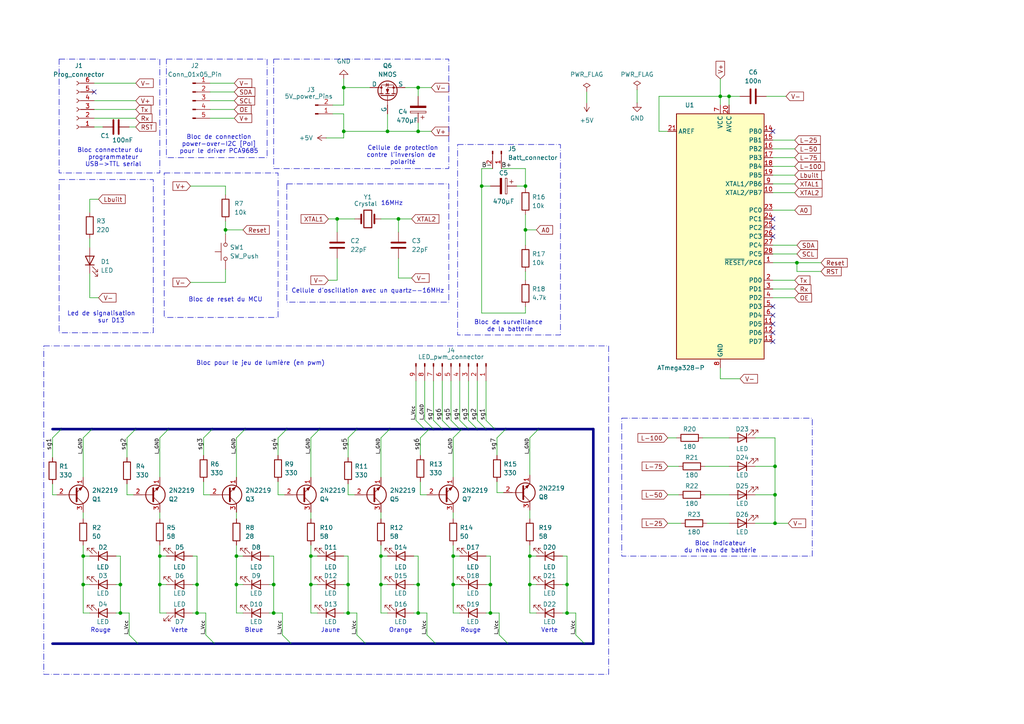
<source format=kicad_sch>
(kicad_sch (version 20250114) (generator "eeschema") (generator_version "9.0")
  (paper "A4")
  (title_block (title "Test-3 -- Output"))
  (rectangle (start 79.375 17.145) (end 130.175 48.895) (stroke (width 0) (type dash_dot)))
  (rectangle (start 47.625 50.165) (end 80.645 92.075) (stroke (width 0) (type dash_dot)))
  (rectangle (start 48.26 17.145) (end 77.47 45.72) (stroke (width 0) (type dash_dot)))
  (rectangle (start 12.7 100.33) (end 176.53 195.58) (stroke (width 0) (type dash_dot)))
  (rectangle (start 132.715 41.91) (end 162.56 97.155) (stroke (width 0) (type dash_dot)))
  (rectangle (start 180.34 121.285) (end 235.585 161.29) (stroke (width 0) (type dash_dot)))
  (rectangle (start 17.145 52.07) (end 44.45 96.52) (stroke (width 0) (type dash_dot)))
  (rectangle (start 17.145 17.145) (end 46.355 50.165) (stroke (width 0) (type dash_dot)))
  (rectangle (start 83.185 53.34) (end 130.175 87.63) (stroke (width 0) (type dash_dot)))
  (text "Bloc connecteur du \n programmateur\n USB->TTL serial" (at 32.385 45.72 0) (effects (font (size 1.27 1.27))))
  (text "16MHz" (at 113.665 59.055 0) (effects (font (size 1.27 1.27))))
  (text "Bleue" (at 73.66 182.88 0) (effects (font (size 1.27 1.27))))
  (text "Orange" (at 116.205 182.88 0) (effects (font (size 1.27 1.27))))
  (text "Bloc de reset du MCU" (at 65.405 86.995 0) (effects (font (size 1.27 1.27))))
  (text "Bloc indicateur\ndu niveau de battérie" (at 208.915 158.75 0) (effects (font (size 1.27 1.27))))
  (text "Bloc pour le jeu de lumière (en pwm)" (at 75.565 105.41 0) (effects (font (size 1.27 1.27))))
  (text "Rouge\n" (at 136.525 182.88 0) (effects (font (size 1.27 1.27))))
  (text "Rouge\n" (at 29.21 182.88 0) (effects (font (size 1.27 1.27))))
  (text "Bloc de connection\npower-over-I2C [PoI]\npour le driver PCA9685" (at 63.5 41.91 0) (effects (font (size 1.27 1.27))))
  (text "Led de signalisation \n	sur D13" (at 29.845 92.075 0) (effects (font (size 1.27 1.27))))
  (text "Cellule d'oscillation avec un quartz--16MHz" (at 106.68 84.455 0) (effects (font (size 1.27 1.27))))
  (text "Verte" (at 159.385 182.88 0) (effects (font (size 1.27 1.27))))
  (text "Bloc de surveillance \nde la batterie" (at 147.955 94.615 0) (effects (font (size 1.27 1.27))))
  (text "Cellule de protection\ncontre l'inversion de \npolarité" (at 116.84 45.085 0) (effects (font (size 1.27 1.27))))
  (text "Jaune" (at 95.885 182.88 0) (effects (font (size 1.27 1.27))))
  (text "Verte" (at 52.07 182.88 0) (effects (font (size 1.27 1.27))))
  (junction (at 110.49 169.545))
  (junction (at 121.285 169.545))
  (junction (at 164.465 169.545))
  (junction (at 68.58 161.29))
  (junction (at 115.57 63.5))
  (junction (at 224.79 151.765))
  (junction (at 100.965 169.545))
  (junction (at 208.915 27.94))
  (junction (at 99.695 25.4))
  (junction (at 100.965 177.8))
  (junction (at 153.67 169.545))
  (junction (at 164.465 177.8))
  (junction (at 142.24 177.8))
  (junction (at 153.67 161.29))
  (junction (at 90.17 161.29))
  (junction (at 34.925 169.545))
  (junction (at 46.355 169.545))
  (junction (at 152.4 66.675))
  (junction (at 90.17 169.545))
  (junction (at 99.695 38.1))
  (junction (at 65.405 66.675))
  (junction (at 142.24 169.545))
  (junction (at 152.4 53.975))
  (junction (at 121.285 177.8))
  (junction (at 131.445 161.29))
  (junction (at 224.79 143.51))
  (junction (at 79.375 169.545))
  (junction (at 231.14 76.2))
  (junction (at 97.79 63.5))
  (junction (at 112.395 38.1))
  (junction (at 24.13 169.545))
  (junction (at 211.455 27.94))
  (junction (at 34.925 177.8))
  (junction (at 57.15 177.8))
  (junction (at 57.15 169.545))
  (junction (at 224.79 135.255))
  (junction (at 131.445 169.545))
  (junction (at 46.355 161.29))
  (junction (at 139.7 53.975))
  (junction (at 110.49 161.29))
  (junction (at 121.285 25.4))
  (junction (at 121.285 38.1))
  (junction (at 68.58 169.545))
  (junction (at 24.13 161.29))
  (junction (at 79.375 177.8))
  (no_connect (at 224.155 93.98))
  (no_connect (at 224.155 63.5))
  (no_connect (at 27.305 26.67))
  (no_connect (at 224.155 88.9))
  (no_connect (at 224.155 38.1))
  (no_connect (at 224.155 68.58))
  (no_connect (at 224.155 96.52))
  (no_connect (at 224.155 66.04))
  (no_connect (at 224.155 91.44))
  (no_connect (at 224.155 99.06))
  (bus_entry (at 36.83 127) (size 2.54 -2.54))
  (bus_entry (at 138.43 121.92) (size 2.54 2.54))
  (bus_entry (at 15.24 127) (size 2.54 -2.54))
  (bus_entry (at 131.445 127) (size 2.54 -2.54))
  (bus_entry (at 135.89 121.92) (size 2.54 2.54))
  (bus_entry (at 24.13 127) (size 2.54 -2.54))
  (bus_entry (at 130.81 121.92) (size 2.54 2.54))
  (bus_entry (at 100.965 127) (size 2.54 -2.54))
  (bus_entry (at 133.35 121.92) (size 2.54 2.54))
  (bus_entry (at 37.465 184.15) (size 2.54 2.54))
  (bus_entry (at 81.915 184.15) (size 2.54 2.54))
  (bus_entry (at 123.19 121.92) (size 2.54 2.54))
  (bus_entry (at 140.97 121.92) (size 2.54 2.54))
  (bus_entry (at 120.65 121.92) (size 2.54 2.54))
  (bus_entry (at 68.58 127) (size 2.54 -2.54))
  (bus_entry (at 167.005 184.15) (size 2.54 2.54))
  (bus_entry (at 110.49 127) (size 2.54 -2.54))
  (bus_entry (at 90.17 127) (size 2.54 -2.54))
  (bus_entry (at 128.27 121.92) (size 2.54 2.54))
  (bus_entry (at 46.355 127) (size 2.54 -2.54))
  (bus_entry (at 125.73 121.92) (size 2.54 2.54))
  (bus_entry (at 59.69 184.15) (size 2.54 2.54))
  (bus_entry (at 144.78 184.15) (size 2.54 2.54))
  (bus_entry (at 153.67 127) (size 2.54 -2.54))
  (bus_entry (at 123.825 184.15) (size 2.54 2.54))
  (bus_entry (at 80.645 127) (size 2.54 -2.54))
  (bus_entry (at 103.505 184.15) (size 2.54 2.54))
  (bus_entry (at 144.145 127) (size 2.54 -2.54))
  (bus_entry (at 121.92 127) (size 2.54 -2.54))
  (bus_entry (at 59.055 127) (size 2.54 -2.54))
  (wire (pts (xy 27.305 29.21) (xy 39.37 29.21)))
  (wire (pts (xy 37.465 177.8) (xy 34.925 177.8)))
  (wire (pts (xy 139.7 90.805) (xy 152.4 90.805)))
  (wire (pts (xy 99.695 30.48) (xy 99.695 25.4)))
  (wire (pts (xy 90.17 161.29) (xy 90.17 169.545)))
  (wire (pts (xy 46.355 169.545) (xy 48.26 169.545)))
  (wire (pts (xy 90.17 177.8) (xy 92.075 177.8)))
  (wire (pts (xy 115.57 80.645) (xy 119.38 80.645)))
  (wire (pts (xy 204.47 135.255) (xy 211.455 135.255)))
  (wire (pts (xy 55.88 161.29) (xy 57.15 161.29)))
  (bus (pts (xy 84.455 186.69) (xy 106.045 186.69)) (stroke (width 0.75)))
  (bus (pts (xy 39.37 124.46) (xy 48.895 124.46)) (stroke (width 0.75)))
  (bus (pts (xy 113.03 124.46) (xy 123.19 124.46)) (stroke (width 0.75)))
  (wire (pts (xy 99.695 161.29) (xy 100.965 161.29)))
  (wire (pts (xy 24.13 177.8) (xy 26.035 177.8)))
  (bus (pts (xy 71.12 124.46) (xy 83.185 124.46)) (stroke (width 0.75)))
  (wire (pts (xy 99.695 25.4) (xy 107.315 25.4)))
  (wire (pts (xy 144.145 142.875) (xy 146.05 142.875)))
  (wire (pts (xy 90.17 169.545) (xy 92.075 169.545)))
  (wire (pts (xy 80.645 143.51) (xy 82.55 143.51)))
  (wire (pts (xy 120.65 110.49) (xy 120.65 121.92)))
  (wire (pts (xy 28.575 86.36) (xy 26.035 86.36)))
  (wire (pts (xy 60.96 26.67) (xy 67.945 26.67)))
  (wire (pts (xy 36.83 140.335) (xy 36.83 143.51)))
  (wire (pts (xy 65.405 66.675) (xy 70.485 66.675)))
  (wire (pts (xy 135.89 110.49) (xy 135.89 121.92)))
  (wire (pts (xy 68.58 158.115) (xy 68.58 161.29)))
  (wire (pts (xy 79.375 169.545) (xy 79.375 177.8)))
  (wire (pts (xy 121.285 35.56) (xy 121.285 38.1)))
  (wire (pts (xy 24.13 158.115) (xy 24.13 161.29)))
  (wire (pts (xy 120.015 161.29) (xy 121.285 161.29)))
  (wire (pts (xy 80.645 139.7) (xy 80.645 143.51)))
  (wire (pts (xy 193.675 127) (xy 196.215 127)))
  (wire (pts (xy 46.355 148.59) (xy 46.355 150.495)))
  (wire (pts (xy 95.25 63.5) (xy 97.79 63.5)))
  (wire (pts (xy 205.105 151.765) (xy 211.455 151.765)))
  (bus (pts (xy 169.545 186.69) (xy 172.085 186.69)) (stroke (width 0.75)))
  (wire (pts (xy 100.965 127) (xy 100.965 132.715)))
  (wire (pts (xy 68.58 161.29) (xy 68.58 169.545)))
  (wire (pts (xy 164.465 177.8) (xy 163.195 177.8)))
  (wire (pts (xy 123.19 110.49) (xy 123.19 121.92)))
  (wire (pts (xy 24.13 169.545) (xy 26.035 169.545)))
  (wire (pts (xy 97.79 81.28) (xy 95.25 81.28)))
  (wire (pts (xy 133.35 161.29) (xy 131.445 161.29)))
  (bus (pts (xy 26.67 124.46) (xy 39.37 124.46)) (stroke (width 0.75)))
  (wire (pts (xy 224.155 71.12) (xy 231.14 71.12)))
  (wire (pts (xy 46.355 161.29) (xy 46.355 169.545)))
  (wire (pts (xy 27.305 34.29) (xy 39.37 34.29)))
  (wire (pts (xy 110.49 148.59) (xy 110.49 150.495)))
  (wire (pts (xy 15.24 127) (xy 15.24 132.715)))
  (wire (pts (xy 59.055 139.7) (xy 59.055 143.51)))
  (wire (pts (xy 203.835 127) (xy 211.455 127)))
  (wire (pts (xy 224.155 60.96) (xy 230.505 60.96)))
  (wire (pts (xy 155.575 161.29) (xy 153.67 161.29)))
  (wire (pts (xy 152.4 90.805) (xy 152.4 88.9)))
  (wire (pts (xy 100.965 177.8) (xy 103.505 177.8)))
  (wire (pts (xy 112.395 38.1) (xy 121.285 38.1)))
  (wire (pts (xy 142.24 169.545) (xy 142.24 177.8)))
  (wire (pts (xy 164.465 161.29) (xy 164.465 169.545)))
  (wire (pts (xy 68.58 177.8) (xy 70.485 177.8)))
  (wire (pts (xy 65.405 66.675) (xy 65.405 67.945)))
  (wire (pts (xy 121.285 161.29) (xy 121.285 169.545)))
  (wire (pts (xy 152.4 66.675) (xy 155.575 66.675)))
  (wire (pts (xy 238.125 78.74) (xy 231.14 78.74)))
  (wire (pts (xy 222.25 27.94) (xy 227.965 27.94)))
  (wire (pts (xy 79.375 177.8) (xy 78.105 177.8)))
  (wire (pts (xy 46.355 127) (xy 46.355 138.43)))
  (wire (pts (xy 60.96 31.75) (xy 67.945 31.75)))
  (wire (pts (xy 90.17 127) (xy 90.17 138.43)))
  (wire (pts (xy 170.18 26.67) (xy 170.18 29.845)))
  (wire (pts (xy 100.965 177.8) (xy 99.695 177.8)))
  (bus (pts (xy 138.43 124.46) (xy 140.97 124.46)) (stroke (width 0.75)))
  (wire (pts (xy 34.925 169.545) (xy 34.925 177.8)))
  (wire (pts (xy 123.825 143.51) (xy 121.92 143.51)))
  (wire (pts (xy 110.49 127) (xy 110.49 138.43)))
  (wire (pts (xy 65.405 64.135) (xy 65.405 66.675)))
  (bus (pts (xy 92.71 124.46) (xy 103.505 124.46)) (stroke (width 0.75)))
  (wire (pts (xy 125.73 110.49) (xy 125.73 121.92)))
  (wire (pts (xy 121.285 38.1) (xy 125.095 38.1)))
  (wire (pts (xy 131.445 158.115) (xy 131.445 161.29)))
  (wire (pts (xy 121.285 25.4) (xy 125.095 25.4)))
  (wire (pts (xy 193.675 38.1) (xy 191.135 38.1)))
  (wire (pts (xy 139.7 53.975) (xy 142.24 53.975)))
  (wire (pts (xy 140.97 110.49) (xy 140.97 121.92)))
  (wire (pts (xy 26.035 57.785) (xy 26.035 61.595)))
  (wire (pts (xy 224.79 151.765) (xy 228.6 151.765)))
  (wire (pts (xy 37.465 184.15) (xy 37.465 177.8)))
  (wire (pts (xy 142.24 161.29) (xy 142.24 169.545)))
  (wire (pts (xy 79.375 177.8) (xy 81.915 177.8)))
  (bus (pts (xy 48.895 124.46) (xy 61.595 124.46)) (stroke (width 0.75)))
  (wire (pts (xy 36.83 127) (xy 36.83 132.715)))
  (wire (pts (xy 59.69 177.8) (xy 59.69 184.15)))
  (wire (pts (xy 94.615 40.005) (xy 99.695 40.005)))
  (wire (pts (xy 99.695 38.1) (xy 112.395 38.1)))
  (wire (pts (xy 153.67 169.545) (xy 155.575 169.545)))
  (wire (pts (xy 144.78 177.8) (xy 144.78 184.15)))
  (wire (pts (xy 131.445 169.545) (xy 131.445 177.8)))
  (bus (pts (xy 40.005 186.69) (xy 62.23 186.69)) (stroke (width 0.75)))
  (wire (pts (xy 96.52 30.48) (xy 99.695 30.48)))
  (wire (pts (xy 90.17 148.59) (xy 90.17 150.495)))
  (bus (pts (xy 130.81 124.46) (xy 133.35 124.46)) (stroke (width 0.75)))
  (wire (pts (xy 60.96 34.29) (xy 67.945 34.29)))
  (wire (pts (xy 153.67 158.115) (xy 153.67 161.29)))
  (wire (pts (xy 68.58 169.545) (xy 70.485 169.545)))
  (wire (pts (xy 193.675 151.765) (xy 197.485 151.765)))
  (bus (pts (xy 126.365 186.69) (xy 147.32 186.69)) (stroke (width 0.75)))
  (wire (pts (xy 57.15 169.545) (xy 57.15 177.8)))
  (wire (pts (xy 164.465 177.8) (xy 167.005 177.8)))
  (wire (pts (xy 224.155 45.72) (xy 230.505 45.72)))
  (wire (pts (xy 224.79 151.765) (xy 219.075 151.765)))
  (bus (pts (xy 15.24 186.69) (xy 40.005 186.69)) (stroke (width 0.75)))
  (wire (pts (xy 28.575 57.785) (xy 26.035 57.785)))
  (wire (pts (xy 110.49 169.545) (xy 110.49 177.8)))
  (wire (pts (xy 153.67 177.8) (xy 155.575 177.8)))
  (wire (pts (xy 140.97 169.545) (xy 142.24 169.545)))
  (wire (pts (xy 65.405 78.105) (xy 65.405 81.915)))
  (wire (pts (xy 97.79 67.31) (xy 97.79 63.5)))
  (wire (pts (xy 164.465 169.545) (xy 164.465 177.8)))
  (wire (pts (xy 144.145 127) (xy 144.145 132.08)))
  (wire (pts (xy 224.155 53.34) (xy 230.505 53.34)))
  (wire (pts (xy 97.79 74.93) (xy 97.79 81.28)))
  (wire (pts (xy 27.305 36.83) (xy 29.845 36.83)))
  (bus (pts (xy 125.73 124.46) (xy 128.27 124.46)) (stroke (width 0.75)))
  (wire (pts (xy 33.655 161.29) (xy 34.925 161.29)))
  (wire (pts (xy 36.83 143.51) (xy 38.735 143.51)))
  (wire (pts (xy 153.67 169.545) (xy 153.67 177.8)))
  (wire (pts (xy 138.43 110.49) (xy 138.43 121.92)))
  (wire (pts (xy 153.67 161.29) (xy 153.67 169.545)))
  (wire (pts (xy 152.4 78.74) (xy 152.4 81.28)))
  (wire (pts (xy 208.915 22.86) (xy 208.915 27.94)))
  (wire (pts (xy 57.15 177.8) (xy 55.88 177.8)))
  (wire (pts (xy 121.285 169.545) (xy 121.285 177.8)))
  (wire (pts (xy 153.67 147.955) (xy 153.67 150.495)))
  (wire (pts (xy 60.96 29.21) (xy 67.945 29.21)))
  (wire (pts (xy 27.305 24.13) (xy 39.37 24.13)))
  (wire (pts (xy 33.655 169.545) (xy 34.925 169.545)))
  (wire (pts (xy 68.58 169.545) (xy 68.58 177.8)))
  (wire (pts (xy 211.455 27.94) (xy 208.915 27.94)))
  (wire (pts (xy 142.24 177.8) (xy 140.97 177.8)))
  (bus (pts (xy 62.23 186.69) (xy 84.455 186.69)) (stroke (width 0.75)))
  (wire (pts (xy 219.075 135.255) (xy 224.79 135.255)))
  (wire (pts (xy 57.15 161.29) (xy 57.15 169.545)))
  (wire (pts (xy 90.17 169.545) (xy 90.17 177.8)))
  (wire (pts (xy 59.055 143.51) (xy 60.96 143.51)))
  (wire (pts (xy 140.97 161.29) (xy 142.24 161.29)))
  (wire (pts (xy 115.57 74.93) (xy 115.57 80.645)))
  (wire (pts (xy 131.445 177.8) (xy 133.35 177.8)))
  (wire (pts (xy 224.155 55.88) (xy 230.505 55.88)))
  (wire (pts (xy 78.105 169.545) (xy 79.375 169.545)))
  (wire (pts (xy 208.915 106.68) (xy 208.915 109.855)))
  (wire (pts (xy 90.17 158.115) (xy 90.17 161.29)))
  (wire (pts (xy 103.505 177.8) (xy 103.505 184.15)))
  (wire (pts (xy 121.285 177.8) (xy 120.015 177.8)))
  (wire (pts (xy 139.7 48.895) (xy 139.7 53.975)))
  (wire (pts (xy 224.155 83.82) (xy 230.505 83.82)))
  (wire (pts (xy 191.135 38.1) (xy 191.135 27.94)))
  (wire (pts (xy 238.125 76.2) (xy 231.14 76.2)))
  (wire (pts (xy 97.79 63.5) (xy 102.87 63.5)))
  (wire (pts (xy 224.155 73.66) (xy 231.14 73.66)))
  (wire (pts (xy 128.27 110.49) (xy 128.27 121.92)))
  (wire (pts (xy 15.24 143.51) (xy 16.51 143.51)))
  (wire (pts (xy 152.4 48.895) (xy 145.415 48.895)))
  (wire (pts (xy 152.4 53.975) (xy 152.4 54.61)))
  (wire (pts (xy 100.965 140.335) (xy 100.965 143.51)))
  (wire (pts (xy 78.105 161.29) (xy 79.375 161.29)))
  (bus (pts (xy 17.78 124.46) (xy 26.67 124.46)) (stroke (width 0.75)))
  (wire (pts (xy 224.79 143.51) (xy 224.79 151.765)))
  (wire (pts (xy 110.49 63.5) (xy 115.57 63.5)))
  (wire (pts (xy 224.79 135.255) (xy 224.79 143.51)))
  (wire (pts (xy 112.395 33.02) (xy 112.395 38.1)))
  (bus (pts (xy 135.89 124.46) (xy 138.43 124.46)) (stroke (width 0.75)))
  (wire (pts (xy 99.695 40.005) (xy 99.695 38.1)))
  (wire (pts (xy 46.355 169.545) (xy 46.355 177.8)))
  (wire (pts (xy 191.135 27.94) (xy 208.915 27.94)))
  (wire (pts (xy 163.195 161.29) (xy 164.465 161.29)))
  (bus (pts (xy 123.19 124.46) (xy 124.46 124.46)) (stroke (width 0.75)))
  (bus (pts (xy 156.21 124.46) (xy 172.085 124.46)) (stroke (width 0.75)))
  (wire (pts (xy 219.075 127) (xy 224.79 127)))
  (wire (pts (xy 68.58 148.59) (xy 68.58 150.495)))
  (wire (pts (xy 153.67 127) (xy 153.67 137.795)))
  (wire (pts (xy 130.81 110.49) (xy 130.81 121.92)))
  (wire (pts (xy 81.915 177.8) (xy 81.915 184.15)))
  (bus (pts (xy 143.51 124.46) (xy 146.685 124.46)) (stroke (width 0.75)))
  (bus (pts (xy 147.32 186.69) (xy 169.545 186.69)) (stroke (width 0.75)))
  (wire (pts (xy 79.375 161.29) (xy 79.375 169.545)))
  (wire (pts (xy 99.695 22.86) (xy 99.695 25.4)))
  (wire (pts (xy 214.63 109.855) (xy 208.915 109.855)))
  (wire (pts (xy 224.155 48.26) (xy 230.505 48.26)))
  (bus (pts (xy 133.985 124.46) (xy 135.89 124.46)) (stroke (width 0.75)))
  (wire (pts (xy 24.13 169.545) (xy 24.13 177.8)))
  (wire (pts (xy 224.155 43.18) (xy 230.505 43.18)))
  (wire (pts (xy 110.49 158.115) (xy 110.49 161.29)))
  (bus (pts (xy 146.685 124.46) (xy 156.21 124.46)) (stroke (width 0.75)))
  (wire (pts (xy 115.57 63.5) (xy 115.57 67.31)))
  (bus (pts (xy 133.35 124.46) (xy 133.985 124.46)) (stroke (width 0.75)))
  (wire (pts (xy 110.49 169.545) (xy 112.395 169.545)))
  (bus (pts (xy 172.085 124.46) (xy 172.085 186.69)) (stroke (width 0.75)))
  (wire (pts (xy 121.285 25.4) (xy 121.285 27.94)))
  (wire (pts (xy 167.005 177.8) (xy 167.005 184.15)))
  (wire (pts (xy 110.49 161.29) (xy 110.49 169.545)))
  (wire (pts (xy 65.405 53.975) (xy 65.405 56.515)))
  (wire (pts (xy 27.305 31.75) (xy 39.37 31.75)))
  (wire (pts (xy 139.7 48.895) (xy 142.875 48.895)))
  (wire (pts (xy 133.35 110.49) (xy 133.35 121.92)))
  (wire (pts (xy 37.465 36.83) (xy 39.37 36.83)))
  (wire (pts (xy 55.245 53.975) (xy 65.405 53.975)))
  (wire (pts (xy 57.15 177.8) (xy 59.69 177.8)))
  (wire (pts (xy 24.13 161.29) (xy 24.13 169.545)))
  (wire (pts (xy 163.195 169.545) (xy 164.465 169.545)))
  (wire (pts (xy 120.015 169.545) (xy 121.285 169.545)))
  (wire (pts (xy 48.26 161.29) (xy 46.355 161.29)))
  (wire (pts (xy 24.13 127) (xy 24.13 138.43)))
  (wire (pts (xy 184.785 26.035) (xy 184.785 29.845)))
  (wire (pts (xy 100.965 161.29) (xy 100.965 169.545)))
  (wire (pts (xy 131.445 169.545) (xy 133.35 169.545)))
  (wire (pts (xy 55.88 169.545) (xy 57.15 169.545)))
  (wire (pts (xy 15.24 140.335) (xy 15.24 143.51)))
  (bus (pts (xy 15.24 124.46) (xy 17.78 124.46)) (stroke (width 0.75)))
  (wire (pts (xy 92.075 161.29) (xy 90.17 161.29)))
  (wire (pts (xy 24.13 148.59) (xy 24.13 150.495)))
  (wire (pts (xy 231.14 78.74) (xy 231.14 76.2)))
  (wire (pts (xy 115.57 63.5) (xy 119.38 63.5)))
  (wire (pts (xy 60.96 24.13) (xy 67.945 24.13)))
  (bus (pts (xy 61.595 124.46) (xy 71.12 124.46)) (stroke (width 0.75)))
  (wire (pts (xy 211.455 27.94) (xy 211.455 30.48)))
  (wire (pts (xy 121.285 177.8) (xy 123.825 177.8)))
  (wire (pts (xy 24.13 161.29) (xy 26.035 161.29)))
  (wire (pts (xy 112.395 161.29) (xy 110.49 161.29)))
  (wire (pts (xy 131.445 161.29) (xy 131.445 169.545)))
  (wire (pts (xy 99.695 33.02) (xy 96.52 33.02)))
  (wire (pts (xy 70.485 161.29) (xy 68.58 161.29)))
  (wire (pts (xy 231.14 76.2) (xy 224.155 76.2)))
  (wire (pts (xy 55.245 81.915) (xy 65.405 81.915)))
  (wire (pts (xy 224.155 50.8) (xy 230.505 50.8)))
  (wire (pts (xy 214.63 27.94) (xy 211.455 27.94)))
  (wire (pts (xy 99.695 33.02) (xy 99.695 38.1)))
  (wire (pts (xy 100.965 169.545) (xy 100.965 177.8)))
  (wire (pts (xy 46.355 177.8) (xy 48.26 177.8)))
  (wire (pts (xy 121.92 127) (xy 121.92 132.08)))
  (wire (pts (xy 152.4 62.23) (xy 152.4 66.675)))
  (bus (pts (xy 106.045 186.69) (xy 126.365 186.69)) (stroke (width 0.75)))
  (wire (pts (xy 121.92 143.51) (xy 121.92 139.7)))
  (wire (pts (xy 26.035 69.215) (xy 26.035 71.755)))
  (wire (pts (xy 110.49 177.8) (xy 112.395 177.8)))
  (wire (pts (xy 152.4 48.895) (xy 152.4 53.975)))
  (wire (pts (xy 139.7 53.975) (xy 139.7 90.805)))
  (wire (pts (xy 193.675 135.255) (xy 196.85 135.255)))
  (wire (pts (xy 131.445 127) (xy 131.445 138.43)))
  (wire (pts (xy 224.155 40.64) (xy 230.505 40.64)))
  (wire (pts (xy 193.675 143.51) (xy 196.85 143.51)))
  (wire (pts (xy 224.155 86.36) (xy 230.505 86.36)))
  (wire (pts (xy 224.79 127) (xy 224.79 135.255)))
  (wire (pts (xy 149.86 53.975) (xy 152.4 53.975)))
  (wire (pts (xy 144.145 139.7) (xy 144.145 142.875)))
  (wire (pts (xy 26.035 79.375) (xy 26.035 86.36)))
  (bus (pts (xy 140.97 124.46) (xy 143.51 124.46)) (stroke (width 0.75)))
  (bus (pts (xy 128.27 124.46) (xy 130.81 124.46)) (stroke (width 0.75)))
  (wire (pts (xy 100.965 143.51) (xy 102.87 143.51)))
  (wire (pts (xy 123.825 177.8) (xy 123.825 184.15)))
  (wire (pts (xy 224.155 81.28) (xy 230.505 81.28)))
  (wire (pts (xy 152.4 66.675) (xy 152.4 71.12)))
  (wire (pts (xy 142.24 177.8) (xy 144.78 177.8)))
  (wire (pts (xy 117.475 25.4) (xy 121.285 25.4)))
  (wire (pts (xy 219.075 143.51) (xy 224.79 143.51)))
  (wire (pts (xy 68.58 127) (xy 68.58 138.43)))
  (bus (pts (xy 103.505 124.46) (xy 113.03 124.46)) (stroke (width 0.75)))
  (bus (pts (xy 124.46 124.46) (xy 125.73 124.46)) (stroke (width 0.75)))
  (wire (pts (xy 46.355 158.115) (xy 46.355 161.29)))
  (wire (pts (xy 33.655 177.8) (xy 34.925 177.8)))
  (bus (pts (xy 83.185 124.46) (xy 92.71 124.46)) (stroke (width 0.75)))
  (wire (pts (xy 34.925 161.29) (xy 34.925 169.545)))
  (wire (pts (xy 208.915 30.48) (xy 208.915 27.94)))
  (wire (pts (xy 204.47 143.51) (xy 211.455 143.51)))
  (wire (pts (xy 59.055 127) (xy 59.055 132.08)))
  (wire (pts (xy 80.645 127) (xy 80.645 132.08)))
  (wire (pts (xy 99.695 169.545) (xy 100.965 169.545)))
  (wire (pts (xy 131.445 148.59) (xy 131.445 150.495)))
  (label "L_Vcc" (at 167.005 184.15 90) (effects (font (size 1 1))))
  (label "L_GND" (at 153.67 127 270) (effects (font (size 1 1))))
  (label "sg2" (at 138.43 121.92 90))
  (label "sg3" (at 59.055 127 270))
  (label "L_Vcc" (at 123.825 184.15 90) (effects (font (size 1 1))))
  (label "L_Vcc" (at 37.465 184.15 90) (effects (font (size 1 1))))
  (label "sg5" (at 130.81 121.92 90))
  (label "sg6" (at 121.92 127 270))
  (label "sg5" (at 100.965 127 270))
  (label "L_GND" (at 24.13 127 270) (effects (font (size 1 1))))
  (label "sg2" (at 36.83 127 270))
  (label "sg4" (at 80.645 127 270))
  (label "sg1" (at 140.97 121.92 90))
  (label "L_Vcc" (at 81.915 184.15 90) (effects (font (size 1 1))))
  (label "L_Vcc" (at 59.69 184.15 90) (effects (font (size 1 1))))
  (label "L_GND" (at 110.49 127 270) (effects (font (size 1 1))))
  (label "B+" (at 145.415 48.895 0))
  (label "L_Vcc" (at 120.65 121.92 90) (effects (font (size 1 1))))
  (label "L_GND" (at 46.355 127 270) (effects (font (size 1 1))))
  (label "sg1" (at 15.24 127 270))
  (label "L_GND" (at 131.445 127 270) (effects (font (size 1 1))))
  (label "L_GND" (at 68.58 127 270) (effects (font (size 1 1))))
  (label "L_GND" (at 90.17 127 270) (effects (font (size 1 1))))
  (label "sg4" (at 133.35 121.92 90))
  (label "sg6" (at 128.27 121.92 90))
  (label "L_GND" (at 123.19 121.92 90) (effects (font (size 1 1))))
  (label "sg3" (at 135.89 121.92 90))
  (label "B-" (at 139.7 48.895 0))
  (label "sg7" (at 125.73 121.92 90))
  (label "sg7" (at 144.145 127 270))
  (label "L_Vcc" (at 144.78 184.15 90) (effects (font (size 1 1))))
  (label "L_Vcc" (at 103.505 184.15 90) (effects (font (size 1 1))))
  (global_label "OE" (shape input) (at 67.945 31.75 0) (property "Intersheetrefs" "${INTERSHEET_REFS}" (effects (hide yes))))
  (global_label "V+" (shape input) (at 67.945 34.29 0) (property "Intersheetrefs" "${INTERSHEET_REFS}" (effects (hide yes))))
  (global_label "V-" (shape input) (at 55.245 81.915 180) (property "Intersheetrefs" "${INTERSHEET_REFS}" (effects (hide yes))))
  (global_label "A0" (shape input) (at 155.575 66.675 0) (property "Intersheetrefs" "${INTERSHEET_REFS}" (effects (hide yes))))
  (global_label "V-" (shape input) (at 125.095 25.4 0) (property "Intersheetrefs" "${INTERSHEET_REFS}" (effects (hide yes))))
  (global_label "RST" (shape input) (at 238.125 78.74 0) (property "Intersheetrefs" "${INTERSHEET_REFS}" (effects (hide yes))))
  (global_label "XTAL2" (shape input) (at 119.38 63.5 0) (property "Intersheetrefs" "${INTERSHEET_REFS}" (effects (hide yes))))
  (global_label "SCL" (shape input) (at 67.945 29.21 0) (property "Intersheetrefs" "${INTERSHEET_REFS}" (effects (hide yes))))
  (global_label "Tx" (shape input) (at 39.37 31.75 0) (property "Intersheetrefs" "${INTERSHEET_REFS}" (effects (hide yes))))
  (global_label "V-" (shape input) (at 67.945 24.13 0) (property "Intersheetrefs" "${INTERSHEET_REFS}" (effects (hide yes))))
  (global_label "L-75" (shape input) (at 230.505 45.72 0) (property "Intersheetrefs" "${INTERSHEET_REFS}" (effects (hide yes))))
  (global_label "RST" (shape input) (at 39.37 36.83 0) (property "Intersheetrefs" "${INTERSHEET_REFS}" (effects (hide yes))))
  (global_label "V-" (shape input) (at 95.25 81.28 180) (property "Intersheetrefs" "${INTERSHEET_REFS}" (effects (hide yes))))
  (global_label "V-" (shape input) (at 214.63 109.855 0) (property "Intersheetrefs" "${INTERSHEET_REFS}" (effects (hide yes))))
  (global_label "L-50" (shape input) (at 193.675 143.51 180) (property "Intersheetrefs" "${INTERSHEET_REFS}" (effects (hide yes))))
  (global_label "Reset" (shape input) (at 70.485 66.675 0) (property "Intersheetrefs" "${INTERSHEET_REFS}" (effects (hide yes))))
  (global_label "XTAL1" (shape input) (at 230.505 53.34 0) (property "Intersheetrefs" "${INTERSHEET_REFS}" (effects (hide yes))))
  (global_label "L-100" (shape input) (at 193.675 127 180) (property "Intersheetrefs" "${INTERSHEET_REFS}" (effects (hide yes))))
  (global_label "L-100" (shape input) (at 230.505 48.26 0) (property "Intersheetrefs" "${INTERSHEET_REFS}" (effects (hide yes))))
  (global_label "V-" (shape input) (at 28.575 86.36 0) (property "Intersheetrefs" "${INTERSHEET_REFS}" (effects (hide yes))))
  (global_label "V-" (shape input) (at 39.37 24.13 0) (property "Intersheetrefs" "${INTERSHEET_REFS}" (effects (hide yes))))
  (global_label "L-75" (shape input) (at 193.675 135.255 180) (property "Intersheetrefs" "${INTERSHEET_REFS}" (effects (hide yes))))
  (global_label "OE" (shape input) (at 230.505 86.36 0) (property "Intersheetrefs" "${INTERSHEET_REFS}" (effects (hide yes))))
  (global_label "Rx" (shape input) (at 39.37 34.29 0) (property "Intersheetrefs" "${INTERSHEET_REFS}" (effects (hide yes))))
  (global_label "SDA" (shape input) (at 231.14 71.12 0) (property "Intersheetrefs" "${INTERSHEET_REFS}" (effects (hide yes))))
  (global_label "V-" (shape input) (at 227.965 27.94 0) (property "Intersheetrefs" "${INTERSHEET_REFS}" (effects (hide yes))))
  (global_label "XTAL2" (shape input) (at 230.505 55.88 0) (property "Intersheetrefs" "${INTERSHEET_REFS}" (effects (hide yes))))
  (global_label "Tx" (shape input) (at 230.505 81.28 0) (property "Intersheetrefs" "${INTERSHEET_REFS}" (effects (hide yes))))
  (global_label "Lbuilt" (shape input) (at 230.505 50.8 0) (property "Intersheetrefs" "${INTERSHEET_REFS}" (effects (hide yes))))
  (global_label "Reset" (shape input) (at 238.125 76.2 0) (property "Intersheetrefs" "${INTERSHEET_REFS}" (effects (hide yes))))
  (global_label "V+" (shape input) (at 125.095 38.1 0) (property "Intersheetrefs" "${INTERSHEET_REFS}" (effects (hide yes))))
  (global_label "V+" (shape input) (at 39.37 29.21 0) (property "Intersheetrefs" "${INTERSHEET_REFS}" (effects (hide yes))))
  (global_label "L-50" (shape input) (at 230.505 43.18 0) (property "Intersheetrefs" "${INTERSHEET_REFS}" (effects (hide yes))))
  (global_label "Rx" (shape input) (at 230.505 83.82 0) (property "Intersheetrefs" "${INTERSHEET_REFS}" (effects (hide yes))))
  (global_label "SDA" (shape input) (at 67.945 26.67 0) (property "Intersheetrefs" "${INTERSHEET_REFS}" (effects (hide yes))))
  (global_label "L-25" (shape input) (at 230.505 40.64 0) (property "Intersheetrefs" "${INTERSHEET_REFS}" (effects (hide yes))))
  (global_label "Lbuilt" (shape input) (at 28.575 57.785 0) (property "Intersheetrefs" "${INTERSHEET_REFS}" (effects (hide yes))))
  (global_label "V+" (shape input) (at 55.245 53.975 180) (property "Intersheetrefs" "${INTERSHEET_REFS}" (effects (hide yes))))
  (global_label "V-" (shape input) (at 228.6 151.765 0) (property "Intersheetrefs" "${INTERSHEET_REFS}" (effects (hide yes))))
  (global_label "SCL" (shape input) (at 231.14 73.66 0) (property "Intersheetrefs" "${INTERSHEET_REFS}" (effects (hide yes))))
  (global_label "A0" (shape input) (at 230.505 60.96 0) (property "Intersheetrefs" "${INTERSHEET_REFS}" (effects (hide yes))))
  (global_label "XTAL1" (shape input) (at 95.25 63.5 180) (property "Intersheetrefs" "${INTERSHEET_REFS}" (effects (hide yes))))
  (global_label "L-25" (shape input) (at 193.675 151.765 180) (property "Intersheetrefs" "${INTERSHEET_REFS}" (effects (hide yes))))
  (global_label "V+" (shape input) (at 208.915 22.86 90) (property "Intersheetrefs" "${INTERSHEET_REFS}" (effects (hide yes))))
  (global_label "V-" (shape input) (at 119.38 80.645 0) (property "Intersheetrefs" "${INTERSHEET_REFS}" (effects (hide yes))))
  (symbol (lib_id "Device:LED") (at 159.385 169.545 0) (mirror x) (unit 1)
    (property "Reference" "D21" (at 159.385 167.005 0))
    (property "Value" "LED" (at 159.385 172.085 0))
    (property "Footprint" "LED_THT:LED_D5.0mm" (effects (hide yes)))
    (property "Description" "Light emitting diode" (effects (hide yes)))
    (property "Sim.Pins" "1=K 2=A" (effects (hide yes)))
  )
  (symbol (lib_id "Device:R") (at 152.4 58.42 0) (unit 1)
    (property "Reference" "R16" (at 154.305 57.1499 0) (effects (justify left)))
    (property "Value" "10k" (at 154.305 59.6899 0) (effects (justify left)))
    (property "Footprint" "Resistor_THT:R_Axial_DIN0207_L6.3mm_D2.5mm_P7.62mm_Horizontal" (effects (hide yes)))
    (property "Description" "Resistor" (effects (hide yes)))
  )
  (symbol (lib_id "Device:C") (at 115.57 71.12 0) (unit 1)
    (property "Reference" "C3" (at 119.38 69.8499 0) (effects (justify left)))
    (property "Value" "22pF" (at 119.38 72.3899 0) (effects (justify left)))
    (property "Footprint" "Capacitor_THT:C_Disc_D6.0mm_W2.5mm_P5.00mm" (effects (hide yes)))
    (property "Description" "Unpolarized capacitor" (effects (hide yes)))
  )
  (symbol (lib_id "Device:LED") (at 116.205 177.8 0) (mirror x) (unit 1)
    (property "Reference" "D16" (at 116.205 175.26 0))
    (property "Value" "LED" (at 116.205 180.34 0))
    (property "Footprint" "LED_THT:LED_D5.0mm" (effects (hide yes)))
    (property "Description" "Light emitting diode" (effects (hide yes)))
    (property "Sim.Pins" "1=K 2=A" (effects (hide yes)))
  )
  (symbol (lib_id "Connector:Conn_01x05_Pin") (at 55.88 29.21 0) (unit 1)
    (property "Reference" "J2" (at 56.515 19.05 0))
    (property "Value" "Conn_01x05_Pin" (at 56.515 21.59 0))
    (property "Footprint" "Connector_PinSocket_2.54mm:PinSocket_1x05_P2.54mm_Vertical" (effects (hide yes)))
    (property "Description" "Generic connector, single row, 01x05, script generated" (effects (hide yes)))
  )
  (symbol (lib_id "Device:C") (at 33.655 36.83 90) (unit 1)
    (property "Reference" "C1" (at 30.48 39.37 90))
    (property "Value" "100nF" (at 35.56 40.64 90))
    (property "Footprint" "Capacitor_THT:C_Disc_D7.5mm_W5.0mm_P7.50mm" (effects (hide yes)))
    (property "Description" "Unpolarized capacitor" (effects (hide yes)))
  )
  (symbol (lib_id "power:+5V") (at 94.615 40.005 90) (unit 1)
    (property "Reference" "#PWR01" (effects (hide yes)))
    (property "Value" "+5V" (at 90.805 40.0049 90) (effects (justify left)))
    (property "Description" "Power symbol creates a global label with name \"+5V\"" (effects (hide yes)))
  )
  (symbol (lib_id "power:PWR_FLAG") (at 170.18 26.67 0) (unit 1)
    (property "Reference" "#FLG01" (effects (hide yes)))
    (property "Value" "PWR_FLAG" (at 170.18 21.59 0))
    (property "Description" "Special symbol for telling ERC where power comes from" (effects (hide yes)))
  )
  (symbol (lib_id "Transistor_BJT:2N2219") (at 128.905 143.51 0) (mirror x) (unit 1)
    (property "Reference" "Q7" (at 133.985 144.7801 0) (effects (justify left)))
    (property "Value" "2N2219" (at 133.985 142.2401 0) (effects (justify left)))
    (property "Footprint" "Package_TO_SOT_THT:TO-92_Inline" (effects (hide yes)))
    (property "Datasheet" "http://www.onsemi.com/pub_link/Collateral/2N2219-D.PDF" (effects (hide yes)))
    (property "Description" "800mA Ic, 50V Vce, NPN Transistor, TO-39" (effects (hide yes)))
  )
  (symbol (lib_id "Transistor_BJT:2N2219") (at 87.63 143.51 0) (mirror x) (unit 1)
    (property "Reference" "Q4" (at 92.71 144.7801 0) (effects (justify left)))
    (property "Value" "2N2219" (at 92.71 142.2401 0) (effects (justify left)))
    (property "Footprint" "Package_TO_SOT_THT:TO-92_Inline" (effects (hide yes)))
    (property "Datasheet" "http://www.onsemi.com/pub_link/Collateral/2N2219-D.PDF" (effects (hide yes)))
    (property "Description" "800mA Ic, 50V Vce, NPN Transistor, TO-39" (effects (hide yes)))
  )
  (symbol (lib_id "Device:LED") (at 29.845 161.29 0) (mirror x) (unit 1)
    (property "Reference" "D2" (at 29.845 158.75 0))
    (property "Value" "LED" (at 29.845 164.465 0))
    (property "Footprint" "LED_THT:LED_D5.0mm" (effects (hide yes)))
    (property "Description" "Light emitting diode" (effects (hide yes)))
    (property "Sim.Pins" "1=K 2=A" (effects (hide yes)))
  )
  (symbol (lib_id "Device:Crystal") (at 106.68 63.5 180) (unit 1)
    (property "Reference" "Y1" (at 106.68 57.15 0))
    (property "Value" "Crystal" (at 106.045 59.055 0))
    (property "Footprint" "Crystal:Crystal_HC49-U_Vertical" (effects (hide yes)))
    (property "Description" "Two pin crystal" (effects (hide yes)))
  )
  (symbol (lib_id "Device:R") (at 201.295 151.765 90) (unit 1)
    (property "Reference" "R23" (at 201.295 149.225 90))
    (property "Value" "180" (at 201.295 154.305 90))
    (property "Footprint" "Resistor_THT:R_Axial_DIN0207_L6.3mm_D2.5mm_P7.62mm_Horizontal" (effects (hide yes)))
    (property "Description" "Resistor" (effects (hide yes)))
  )
  (symbol (lib_id "Device:LED") (at 137.16 177.8 0) (mirror x) (unit 1)
    (property "Reference" "D19" (at 137.16 175.26 0))
    (property "Value" "LED" (at 137.16 180.34 0))
    (property "Footprint" "LED_THT:LED_D5.0mm" (effects (hide yes)))
    (property "Description" "Light emitting diode" (effects (hide yes)))
    (property "Sim.Pins" "1=K 2=A" (effects (hide yes)))
  )
  (symbol (lib_id "Device:LED") (at 74.295 161.29 0) (mirror x) (unit 1)
    (property "Reference" "D8" (at 74.295 158.75 0))
    (property "Value" "LED" (at 74.295 164.465 0))
    (property "Footprint" "LED_THT:LED_D5.0mm" (effects (hide yes)))
    (property "Description" "Light emitting diode" (effects (hide yes)))
    (property "Sim.Pins" "1=K 2=A" (effects (hide yes)))
  )
  (symbol (lib_id "Device:LED") (at 74.295 169.545 0) (mirror x) (unit 1)
    (property "Reference" "D9" (at 74.295 167.005 0))
    (property "Value" "LED" (at 74.295 172.085 0))
    (property "Footprint" "LED_THT:LED_D5.0mm" (effects (hide yes)))
    (property "Description" "Light emitting diode" (effects (hide yes)))
    (property "Sim.Pins" "1=K 2=A" (effects (hide yes)))
  )
  (symbol (lib_id "Simulation_SPICE:NMOS") (at 112.395 27.94 90) (unit 1)
    (property "Reference" "Q6" (at 112.395 19.05 90))
    (property "Value" "NMOS" (at 112.395 21.59 90))
    (property "Footprint" "Package_TO_SOT_THT:TO-220F-3_Vertical" (effects (hide yes)))
    (property "Datasheet" "https://ngspice.sourceforge.io/docs/ngspice-html-manual/manual.xhtml#cha_MOSFETs" (effects (hide yes)))
    (property "Description" "N-MOSFET transistor, drain/source/gate" (effects (hide yes)))
    (property "Sim.Device" "NMOS" (effects (hide yes)))
    (property "Sim.Type" "VDMOS" (effects (hide yes)))
    (property "Sim.Pins" "1=G 2=D 3=S" (effects (hide yes)))
  )
  (symbol (lib_id "Device:LED") (at 215.265 143.51 180) (unit 1)
    (property "Reference" "D25" (at 215.265 140.97 0))
    (property "Value" "LED" (at 215.265 146.05 0))
    (property "Footprint" "LED_THT:LED_D5.0mm" (effects (hide yes)))
    (property "Description" "Light emitting diode" (effects (hide yes)))
    (property "Sim.Pins" "1=K 2=A" (effects (hide yes)))
  )
  (symbol (lib_id "Device:R") (at 144.145 135.89 0) (unit 1)
    (property "Reference" "R15" (at 146.05 134.6199 0) (effects (justify left)))
    (property "Value" "330" (at 146.05 137.1599 0) (effects (justify left)))
    (property "Footprint" "Resistor_THT:R_Axial_DIN0207_L6.3mm_D2.5mm_P7.62mm_Horizontal" (effects (hide yes)))
    (property "Description" "Resistor" (effects (hide yes)))
  )
  (symbol (lib_id "Device:LED") (at 29.845 177.8 0) (mirror x) (unit 1)
    (property "Reference" "D4" (at 29.845 175.26 0))
    (property "Value" "LED" (at 29.845 180.34 0))
    (property "Footprint" "LED_THT:LED_D5.0mm" (effects (hide yes)))
    (property "Description" "Light emitting diode" (effects (hide yes)))
    (property "Sim.Pins" "1=K 2=A" (effects (hide yes)))
  )
  (symbol (lib_id "Device:C_Polarized") (at 146.05 53.975 270) (unit 1)
    (property "Reference" "C5" (at 146.05 50.165 90))
    (property "Value" "470µF" (at 146.05 58.42 90))
    (property "Footprint" "Capacitor_THT:C_Radial_D6.3mm_H5.0mm_P2.50mm" (effects (hide yes)))
    (property "Description" "Polarized capacitor" (effects (hide yes)))
  )
  (symbol (lib_id "Device:LED") (at 137.16 161.29 0) (mirror x) (unit 1)
    (property "Reference" "D17" (at 137.16 158.75 0))
    (property "Value" "LED" (at 137.16 164.465 0))
    (property "Footprint" "LED_THT:LED_D5.0mm" (effects (hide yes)))
    (property "Description" "Light emitting diode" (effects (hide yes)))
    (property "Sim.Pins" "1=K 2=A" (effects (hide yes)))
  )
  (symbol (lib_id "Device:LED") (at 95.885 177.8 0) (mirror x) (unit 1)
    (property "Reference" "D13" (at 95.885 175.26 0))
    (property "Value" "LED" (at 95.885 180.34 0))
    (property "Footprint" "LED_THT:LED_D5.0mm" (effects (hide yes)))
    (property "Description" "Light emitting diode" (effects (hide yes)))
    (property "Sim.Pins" "1=K 2=A" (effects (hide yes)))
  )
  (symbol (lib_id "power:GND") (at 184.785 29.845 0) (unit 1)
    (property "Reference" "#PWR04" (effects (hide yes)))
    (property "Value" "GND" (at 184.785 34.29 0))
    (property "Description" "Power symbol creates a global label with name \"GND\" , ground" (effects (hide yes)))
  )
  (symbol (lib_id "Device:LED") (at 159.385 177.8 0) (mirror x) (unit 1)
    (property "Reference" "D22" (at 159.385 175.26 0))
    (property "Value" "LED" (at 159.385 180.34 0))
    (property "Footprint" "LED_THT:LED_D5.0mm" (effects (hide yes)))
    (property "Description" "Light emitting diode" (effects (hide yes)))
    (property "Sim.Pins" "1=K 2=A" (effects (hide yes)))
  )
  (symbol (lib_id "Device:R") (at 121.92 135.89 0) (unit 1)
    (property "Reference" "R13" (at 124.46 134.6199 0) (effects (justify left)))
    (property "Value" "330" (at 124.46 137.1599 0) (effects (justify left)))
    (property "Footprint" "Resistor_THT:R_Axial_DIN0207_L6.3mm_D2.5mm_P7.62mm_Horizontal" (effects (hide yes)))
    (property "Description" "Resistor" (effects (hide yes)))
  )
  (symbol (lib_id "Device:R") (at 26.035 65.405 0) (unit 1)
    (property "Reference" "R3" (at 27.94 64.1349 0) (effects (justify left)))
    (property "Value" "220" (at 27.94 66.6749 0) (effects (justify left)))
    (property "Footprint" "Resistor_THT:R_Axial_DIN0207_L6.3mm_D2.5mm_P7.62mm_Horizontal" (effects (hide yes)))
    (property "Description" "Resistor" (effects (hide yes)))
  )
  (symbol (lib_id "Device:R") (at 90.17 154.305 0) (unit 1)
    (property "Reference" "R10" (at 92.71 153.0349 0) (effects (justify left)))
    (property "Value" "58" (at 92.71 155.5749 0) (effects (justify left)))
    (property "Footprint" "Resistor_THT:R_Axial_DIN0207_L6.3mm_D2.5mm_P7.62mm_Horizontal" (effects (hide yes)))
    (property "Description" "Resistor" (effects (hide yes)))
  )
  (symbol (lib_id "Device:R") (at 152.4 85.09 0) (unit 1)
    (property "Reference" "R18" (at 154.305 83.8199 0) (effects (justify left)))
    (property "Value" "4.7k" (at 154.305 86.3599 0) (effects (justify left)))
    (property "Footprint" "Resistor_THT:R_Axial_DIN0207_L6.3mm_D2.5mm_P7.62mm_Horizontal" (effects (hide yes)))
    (property "Description" "Resistor" (effects (hide yes)))
  )
  (symbol (lib_id "Device:LED") (at 74.295 177.8 0) (mirror x) (unit 1)
    (property "Reference" "D10" (at 74.295 175.26 0))
    (property "Value" "LED" (at 74.295 180.34 0))
    (property "Footprint" "LED_THT:LED_D5.0mm" (effects (hide yes)))
    (property "Description" "Light emitting diode" (effects (hide yes)))
    (property "Sim.Pins" "1=K 2=A" (effects (hide yes)))
  )
  (symbol (lib_id "Device:LED") (at 137.16 169.545 0) (mirror x) (unit 1)
    (property "Reference" "D18" (at 137.16 167.005 0))
    (property "Value" "LED" (at 137.16 172.085 0))
    (property "Footprint" "LED_THT:LED_D5.0mm" (effects (hide yes)))
    (property "Description" "Light emitting diode" (effects (hide yes)))
    (property "Sim.Pins" "1=K 2=A" (effects (hide yes)))
  )
  (symbol (lib_id "Transistor_BJT:2N2219") (at 151.13 142.875 0) (mirror x) (unit 1)
    (property "Reference" "Q8" (at 156.21 144.1451 0) (effects (justify left)))
    (property "Value" "2N2219" (at 156.21 141.6051 0) (effects (justify left)))
    (property "Footprint" "Package_TO_SOT_THT:TO-92_Inline" (effects (hide yes)))
    (property "Datasheet" "http://www.onsemi.com/pub_link/Collateral/2N2219-D.PDF" (effects (hide yes)))
    (property "Description" "800mA Ic, 50V Vce, NPN Transistor, TO-39" (effects (hide yes)))
  )
  (symbol (lib_id "Device:R") (at 131.445 154.305 0) (unit 1)
    (property "Reference" "R14" (at 133.35 153.0349 0) (effects (justify left)))
    (property "Value" "50" (at 133.35 155.5749 0) (effects (justify left)))
    (property "Footprint" "Resistor_THT:R_Axial_DIN0207_L6.3mm_D2.5mm_P7.62mm_Horizontal" (effects (hide yes)))
    (property "Description" "Resistor" (effects (hide yes)))
  )
  (symbol (lib_id "Device:LED") (at 29.845 169.545 0) (mirror x) (unit 1)
    (property "Reference" "D3" (at 29.845 167.005 0))
    (property "Value" "LED" (at 29.845 172.085 0))
    (property "Footprint" "LED_THT:LED_D5.0mm" (effects (hide yes)))
    (property "Description" "Light emitting diode" (effects (hide yes)))
    (property "Sim.Pins" "1=K 2=A" (effects (hide yes)))
  )
  (symbol (lib_id "Device:R") (at 46.355 154.305 0) (unit 1)
    (property "Reference" "R5" (at 48.26 153.0349 0) (effects (justify left)))
    (property "Value" "58" (at 48.26 155.5749 0) (effects (justify left)))
    (property "Footprint" "Resistor_THT:R_Axial_DIN0207_L6.3mm_D2.5mm_P7.62mm_Horizontal" (effects (hide yes)))
    (property "Description" "Resistor" (effects (hide yes)))
  )
  (symbol (lib_id "power:PWR_FLAG") (at 184.785 26.035 0) (unit 1)
    (property "Reference" "#FLG02" (effects (hide yes)))
    (property "Value" "PWR_FLAG" (at 184.785 21.59 0))
    (property "Description" "Special symbol for telling ERC where power comes from" (effects (hide yes)))
  )
  (symbol (lib_id "Device:LED") (at 95.885 161.29 0) (mirror x) (unit 1)
    (property "Reference" "D11" (at 95.885 158.75 0))
    (property "Value" "LED" (at 95.885 164.465 0))
    (property "Footprint" "LED_THT:LED_D5.0mm" (effects (hide yes)))
    (property "Description" "Light emitting diode" (effects (hide yes)))
    (property "Sim.Pins" "1=K 2=A" (effects (hide yes)))
  )
  (symbol (lib_id "Device:R") (at 100.965 136.525 0) (unit 1)
    (property "Reference" "R11" (at 102.87 135.2549 0) (effects (justify left)))
    (property "Value" "330" (at 102.87 137.7949 0) (effects (justify left)))
    (property "Footprint" "Resistor_THT:R_Axial_DIN0207_L6.3mm_D2.5mm_P7.62mm_Horizontal" (effects (hide yes)))
    (property "Description" "Resistor" (effects (hide yes)))
  )
  (symbol (lib_id "Device:R") (at 68.58 154.305 0) (unit 1)
    (property "Reference" "R8" (at 71.12 153.0349 0) (effects (justify left)))
    (property "Value" "28" (at 71.12 155.5749 0) (effects (justify left)))
    (property "Footprint" "Resistor_THT:R_Axial_DIN0207_L6.3mm_D2.5mm_P7.62mm_Horizontal" (effects (hide yes)))
    (property "Description" "Resistor" (effects (hide yes)))
  )
  (symbol (lib_id "Switch:SW_Push") (at 65.405 73.025 90) (unit 1)
    (property "Reference" "SW1" (at 66.675 71.7549 90) (effects (justify right)))
    (property "Value" "SW_Push" (at 66.675 74.2949 90) (effects (justify right)))
    (property "Footprint" "Button_Switch_THT:SW_PUSH_6mm" (effects (hide yes)))
    (property "Description" "Push button switch, generic, two pins" (effects (hide yes)))
  )
  (symbol (lib_id "Device:LED") (at 52.07 161.29 0) (mirror x) (unit 1)
    (property "Reference" "D5" (at 52.07 158.75 0))
    (property "Value" "LED" (at 52.07 164.465 0))
    (property "Footprint" "LED_THT:LED_D5.0mm" (effects (hide yes)))
    (property "Description" "Light emitting diode" (effects (hide yes)))
    (property "Sim.Pins" "1=K 2=A" (effects (hide yes)))
  )
  (symbol (lib_id "Connector:Conn_01x09_Pin") (at 130.81 105.41 270) (unit 1)
    (property "Reference" "J4" (at 130.81 101.6 90))
    (property "Value" "LED_pwm_connector" (at 130.81 103.505 90))
    (property "Footprint" "Connector_PinSocket_2.54mm:PinSocket_1x09_P2.54mm_Vertical" (effects (hide yes)))
    (property "Description" "Generic connector, single row, 01x09, script generated" (effects (hide yes)))
  )
  (symbol (lib_id "Device:R") (at 80.645 135.89 0) (unit 1)
    (property "Reference" "R9" (at 82.55 134.6199 0) (effects (justify left)))
    (property "Value" "330" (at 82.55 137.1599 0) (effects (justify left)))
    (property "Footprint" "Resistor_THT:R_Axial_DIN0207_L6.3mm_D2.5mm_P7.62mm_Horizontal" (effects (hide yes)))
    (property "Description" "Resistor" (effects (hide yes)))
  )
  (symbol (lib_id "Device:C") (at 218.44 27.94 90) (unit 1)
    (property "Reference" "C6" (at 218.44 20.955 90))
    (property "Value" "100n" (at 218.44 23.495 90))
    (property "Footprint" "Capacitor_THT:C_Disc_D7.5mm_W5.0mm_P7.50mm" (effects (hide yes)))
    (property "Description" "Unpolarized capacitor" (effects (hide yes)))
  )
  (symbol (lib_id "Device:C") (at 97.79 71.12 0) (unit 1)
    (property "Reference" "C2" (at 101.6 69.8499 0) (effects (justify left)))
    (property "Value" "22pF" (at 101.6 72.3899 0) (effects (justify left)))
    (property "Footprint" "Capacitor_THT:C_Disc_D6.0mm_W2.5mm_P5.00mm" (effects (hide yes)))
    (property "Description" "Unpolarized capacitor" (effects (hide yes)))
  )
  (symbol (lib_id "Device:LED") (at 52.07 177.8 0) (unit 1)
    (property "Reference" "D7" (at 52.07 180.34 0))
    (property "Value" "LED" (at 52.07 175.26 0))
    (property "Footprint" "LED_THT:LED_D5.0mm" (effects (hide yes)))
    (property "Description" "Light emitting diode" (effects (hide yes)))
    (property "Sim.Pins" "1=K 2=A" (effects (hide yes)))
  )
  (symbol (lib_id "Device:LED") (at 215.265 127 180) (unit 1)
    (property "Reference" "D23" (at 215.265 124.46 0))
    (property "Value" "LED" (at 215.265 130.175 0))
    (property "Footprint" "LED_THT:LED_D5.0mm" (effects (hide yes)))
    (property "Description" "Light emitting diode" (effects (hide yes)))
    (property "Sim.Pins" "1=K 2=A" (effects (hide yes)))
  )
  (symbol (lib_id "power:+5V") (at 170.18 29.845 180) (unit 1)
    (property "Reference" "#PWR03" (effects (hide yes)))
    (property "Value" "+5V" (at 170.18 34.925 0))
    (property "Description" "Power symbol creates a global label with name \"+5V\"" (effects (hide yes)))
  )
  (symbol (lib_id "Transistor_BJT:2N2219") (at 107.95 143.51 0) (mirror x) (unit 1)
    (property "Reference" "Q5" (at 113.03 144.7801 0) (effects (justify left)))
    (property "Value" "2N2219" (at 113.03 142.2401 0) (effects (justify left)))
    (property "Footprint" "Package_TO_SOT_THT:TO-92_Inline" (effects (hide yes)))
    (property "Datasheet" "http://www.onsemi.com/pub_link/Collateral/2N2219-D.PDF" (effects (hide yes)))
    (property "Description" "800mA Ic, 50V Vce, NPN Transistor, TO-39" (effects (hide yes)))
  )
  (symbol (lib_id "Device:R") (at 24.13 154.305 0) (unit 1)
    (property "Reference" "R2" (at 26.67 153.0349 0) (effects (justify left)))
    (property "Value" "50" (at 26.67 155.5749 0) (effects (justify left)))
    (property "Footprint" "Resistor_THT:R_Axial_DIN0207_L6.3mm_D2.5mm_P7.62mm_Horizontal" (effects (hide yes)))
    (property "Description" "Resistor" (effects (hide yes)))
  )
  (symbol (lib_id "Device:R") (at 152.4 74.93 0) (unit 1)
    (property "Reference" "R17" (at 154.305 73.6599 0) (effects (justify left)))
    (property "Value" "10k" (at 154.305 76.1999 0) (effects (justify left)))
    (property "Footprint" "Resistor_THT:R_Axial_DIN0207_L6.3mm_D2.5mm_P7.62mm_Horizontal" (effects (hide yes)))
    (property "Description" "Resistor" (effects (hide yes)))
  )
  (symbol (lib_id "Device:LED") (at 52.07 169.545 0) (mirror x) (unit 1)
    (property "Reference" "D6" (at 52.07 167.005 0))
    (property "Value" "LED" (at 52.07 172.085 0))
    (property "Footprint" "LED_THT:LED_D5.0mm" (effects (hide yes)))
    (property "Description" "Light emitting diode" (effects (hide yes)))
    (property "Sim.Pins" "1=K 2=A" (effects (hide yes)))
  )
  (symbol (lib_id "Device:R") (at 110.49 154.305 0) (unit 1)
    (property "Reference" "R12" (at 113.03 153.0349 0) (effects (justify left)))
    (property "Value" "58" (at 113.03 155.5749 0) (effects (justify left)))
    (property "Footprint" "Resistor_THT:R_Axial_DIN0207_L6.3mm_D2.5mm_P7.62mm_Horizontal" (effects (hide yes)))
    (property "Description" "Resistor" (effects (hide yes)))
  )
  (symbol (lib_id "Transistor_BJT:2N2219") (at 66.04 143.51 0) (mirror x) (unit 1)
    (property "Reference" "Q3" (at 71.12 144.7801 0) (effects (justify left)))
    (property "Value" "2N2219" (at 71.12 142.2401 0) (effects (justify left)))
    (property "Footprint" "Package_TO_SOT_THT:TO-92_Inline" (effects (hide yes)))
    (property "Datasheet" "http://www.onsemi.com/pub_link/Collateral/2N2219-D.PDF" (effects (hide yes)))
    (property "Description" "800mA Ic, 50V Vce, NPN Transistor, TO-39" (effects (hide yes)))
  )
  (symbol (lib_id "Device:R") (at 200.66 143.51 90) (unit 1)
    (property "Reference" "R22" (at 200.66 140.97 90))
    (property "Value" "180" (at 200.66 146.05 90))
    (property "Footprint" "Resistor_THT:R_Axial_DIN0207_L6.3mm_D2.5mm_P7.62mm_Horizontal" (effects (hide yes)))
    (property "Description" "Resistor" (effects (hide yes)))
  )
  (symbol (lib_id "Device:LED") (at 95.885 169.545 0) (mirror x) (unit 1)
    (property "Reference" "D12" (at 95.885 167.005 0))
    (property "Value" "LED" (at 95.885 172.085 0))
    (property "Footprint" "LED_THT:LED_D5.0mm" (effects (hide yes)))
    (property "Description" "Light emitting diode" (effects (hide yes)))
    (property "Sim.Pins" "1=K 2=A" (effects (hide yes)))
  )
  (symbol (lib_id "Connector:Conn_01x02_Pin") (at 91.44 33.02 0) (mirror x) (unit 1)
    (property "Reference" "J3" (at 90.17 26.035 0))
    (property "Value" "5V_power_Pins" (at 89.535 27.94 0))
    (property "Footprint" "Connector_PinSocket_2.54mm:PinSocket_1x02_P2.54mm_Vertical" (effects (hide yes)))
    (property "Description" "Generic connector, single row, 01x02, script generated" (effects (hide yes)))
  )
  (symbol (lib_id "Device:LED") (at 26.035 75.565 90) (unit 1)
    (property "Reference" "D1" (at 29.21 75.8824 90) (effects (justify right)))
    (property "Value" "LED" (at 29.21 78.4224 90) (effects (justify right)))
    (property "Footprint" "LED_THT:LED_D5.0mm" (effects (hide yes)))
    (property "Description" "Light emitting diode" (effects (hide yes)))
    (property "Sim.Pins" "1=K 2=A" (effects (hide yes)))
  )
  (symbol (lib_id "Device:C_Polarized") (at 121.285 31.75 180) (unit 1)
    (property "Reference" "C4" (at 116.84 32.385 0))
    (property "Value" "470µF" (at 118.11 34.925 0))
    (property "Footprint" "Capacitor_THT:C_Radial_D6.3mm_H5.0mm_P2.50mm" (effects (hide yes)))
    (property "Description" "Polarized capacitor" (effects (hide yes)))
  )
  (symbol (lib_id "Device:R") (at 65.405 60.325 0) (unit 1)
    (property "Reference" "R7" (at 67.945 59.0549 0) (effects (justify left)))
    (property "Value" "10k" (at 67.945 61.5949 0) (effects (justify left)))
    (property "Footprint" "Resistor_THT:R_Axial_DIN0207_L6.3mm_D2.5mm_P7.62mm_Horizontal" (effects (hide yes)))
    (property "Description" "Resistor" (effects (hide yes)))
  )
  (symbol (lib_id "Device:LED") (at 159.385 161.29 0) (mirror x) (unit 1)
    (property "Reference" "D20" (at 159.385 158.75 0))
    (property "Value" "LED" (at 159.385 164.465 0))
    (property "Footprint" "LED_THT:LED_D5.0mm" (effects (hide yes)))
    (property "Description" "Light emitting diode" (effects (hide yes)))
    (property "Sim.Pins" "1=K 2=A" (effects (hide yes)))
  )
  (symbol (lib_id "power:GND") (at 99.695 22.86 180) (unit 1)
    (property "Reference" "#PWR02" (effects (hide yes)))
    (property "Value" "GND" (at 99.695 17.78 0))
    (property "Description" "Power symbol creates a global label with name \"GND\" , ground" (effects (hide yes)))
  )
  (symbol (lib_id "Device:LED") (at 116.205 161.29 0) (mirror x) (unit 1)
    (property "Reference" "D14" (at 116.205 158.75 0))
    (property "Value" "LED" (at 116.205 164.465 0))
    (property "Footprint" "LED_THT:LED_D5.0mm" (effects (hide yes)))
    (property "Description" "Light emitting diode" (effects (hide yes)))
    (property "Sim.Pins" "1=K 2=A" (effects (hide yes)))
  )
  (symbol (lib_id "MCU_Microchip_ATmega:ATmega328-P") (at 208.915 68.58 0) (unit 1)
    (property "Reference" "U1" (at 200.025 30.48 0))
    (property "Value" "ATmega328-P" (at 197.485 106.68 0))
    (property "Footprint" "Package_DIP:DIP-28_W7.62mm" (effects (hide yes)))
    (property "Datasheet" "http://ww1.microchip.com/downloads/en/DeviceDoc/ATmega328_P%20AVR%20MCU%20with%20picoPower%20Technology%20Data%20Sheet%2040001984A.pdf" (effects (hide yes)))
    (property "Description" "20MHz, 32kB Flash, 2kB SRAM, 1kB EEPROM, DIP-28" (effects (hide yes)))
  )
  (symbol (lib_id "Connector:Conn_01x06_Socket") (at 22.225 31.75 180) (unit 1)
    (property "Reference" "J1" (at 22.86 19.05 0))
    (property "Value" "Prog_connector" (at 22.86 21.59 0))
    (property "Footprint" "Connector_PinSocket_2.54mm:PinSocket_1x06_P2.54mm_Horizontal" (effects (hide yes)))
    (property "Description" "Generic connector, single row, 01x06, script generated" (effects (hide yes)))
  )
  (symbol (lib_id "Device:LED") (at 116.205 169.545 0) (mirror x) (unit 1)
    (property "Reference" "D15" (at 116.205 167.005 0))
    (property "Value" "LED" (at 116.205 172.085 0))
    (property "Footprint" "LED_THT:LED_D5.0mm" (effects (hide yes)))
    (property "Description" "Light emitting diode" (effects (hide yes)))
    (property "Sim.Pins" "1=K 2=A" (effects (hide yes)))
  )
  (symbol (lib_id "Device:R") (at 59.055 135.89 0) (unit 1)
    (property "Reference" "R6" (at 60.96 134.6199 0) (effects (justify left)))
    (property "Value" "330" (at 60.96 137.1599 0) (effects (justify left)))
    (property "Footprint" "Resistor_THT:R_Axial_DIN0207_L6.3mm_D2.5mm_P7.62mm_Horizontal" (effects (hide yes)))
    (property "Description" "Resistor" (effects (hide yes)))
  )
  (symbol (lib_id "Transistor_BJT:2N2219") (at 43.815 143.51 0) (mirror x) (unit 1)
    (property "Reference" "Q2" (at 48.895 144.7801 0) (effects (justify left)))
    (property "Value" "2N2219" (at 48.895 142.2401 0) (effects (justify left)))
    (property "Footprint" "Package_TO_SOT_THT:TO-92_Inline" (effects (hide yes)))
    (property "Datasheet" "http://www.onsemi.com/pub_link/Collateral/2N2219-D.PDF" (effects (hide yes)))
    (property "Description" "800mA Ic, 50V Vce, NPN Transistor, TO-39" (effects (hide yes)))
  )
  (symbol (lib_id "Device:R") (at 36.83 136.525 0) (unit 1)
    (property "Reference" "R4" (at 39.37 135.2549 0) (effects (justify left)))
    (property "Value" "330" (at 39.37 137.7949 0) (effects (justify left)))
    (property "Footprint" "Resistor_THT:R_Axial_DIN0207_L6.3mm_D2.5mm_P7.62mm_Horizontal" (effects (hide yes)))
    (property "Description" "Resistor" (effects (hide yes)))
  )
  (symbol (lib_id "Device:R") (at 15.24 136.525 0) (unit 1)
    (property "Reference" "R1" (at 17.145 135.2549 0) (effects (justify left)))
    (property "Value" "330" (at 17.145 137.7949 0) (effects (justify left)))
    (property "Footprint" "Resistor_THT:R_Axial_DIN0207_L6.3mm_D2.5mm_P7.62mm_Horizontal" (effects (hide yes)))
    (property "Description" "Resistor" (effects (hide yes)))
  )
  (symbol (lib_id "Device:R") (at 153.67 154.305 0) (unit 1)
    (property "Reference" "R19" (at 156.21 153.0349 0) (effects (justify left)))
    (property "Value" "58" (at 156.21 155.5749 0) (effects (justify left)))
    (property "Footprint" "Resistor_THT:R_Axial_DIN0207_L6.3mm_D2.5mm_P7.62mm_Horizontal" (effects (hide yes)))
    (property "Description" "Resistor" (effects (hide yes)))
  )
  (symbol (lib_id "Device:LED") (at 215.265 135.255 180) (unit 1)
    (property "Reference" "D24" (at 215.265 132.715 0))
    (property "Value" "LED" (at 215.265 137.795 0))
    (property "Footprint" "LED_THT:LED_D5.0mm" (effects (hide yes)))
    (property "Description" "Light emitting diode" (effects (hide yes)))
    (property "Sim.Pins" "1=K 2=A" (effects (hide yes)))
  )
  (symbol (lib_id "Connector:Conn_01x02_Pin") (at 145.415 43.815 270) (unit 1)
    (property "Reference" "J5" (at 147.32 43.1799 90) (effects (justify left)))
    (property "Value" "Batt_connector" (at 147.32 45.7199 90) (effects (justify left)))
    (property "Footprint" "Connector_PinSocket_2.54mm:PinSocket_1x02_P2.54mm_Vertical" (effects (hide yes)))
    (property "Description" "Generic connector, single row, 01x02, script generated" (effects (hide yes)))
  )
  (symbol (lib_id "Device:R") (at 200.66 135.255 90) (unit 1)
    (property "Reference" "R21" (at 200.66 132.715 90))
    (property "Value" "180" (at 200.66 137.795 90))
    (property "Footprint" "Resistor_THT:R_Axial_DIN0207_L6.3mm_D2.5mm_P7.62mm_Horizontal" (effects (hide yes)))
    (property "Description" "Resistor" (effects (hide yes)))
  )
  (symbol (lib_id "Device:LED") (at 215.265 151.765 180) (unit 1)
    (property "Reference" "D26" (at 215.265 149.225 0))
    (property "Value" "LED" (at 215.265 154.305 0))
    (property "Footprint" "LED_THT:LED_D5.0mm" (effects (hide yes)))
    (property "Description" "Light emitting diode" (effects (hide yes)))
    (property "Sim.Pins" "1=K 2=A" (effects (hide yes)))
  )
  (symbol (lib_id "Device:R") (at 200.025 127 90) (unit 1)
    (property "Reference" "R20" (at 200.025 124.46 90))
    (property "Value" "180" (at 200.025 129.54 90))
    (property "Footprint" "Resistor_THT:R_Axial_DIN0207_L6.3mm_D2.5mm_P7.62mm_Horizontal" (effects (hide yes)))
    (property "Description" "Resistor" (effects (hide yes)))
  )
  (symbol (lib_id "Transistor_BJT:2N2219") (at 21.59 143.51 0) (mirror x) (unit 1)
    (property "Reference" "Q1" (at 26.67 144.7801 0) (effects (justify left)))
    (property "Value" "2N2219" (at 26.67 142.2401 0) (effects (justify left)))
    (property "Footprint" "Package_TO_SOT_THT:TO-92_Inline" (effects (hide yes)))
    (property "Datasheet" "http://www.onsemi.com/pub_link/Collateral/2N2219-D.PDF" (effects (hide yes)))
    (property "Description" "800mA Ic, 50V Vce, NPN Transistor, TO-39" (effects (hide yes)))
  )
)
</source>
